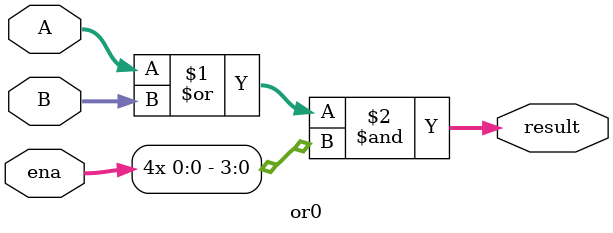
<source format=v>
module or0(
    input [3:0] A,
    input [3:0] B,
    input 		ena,

    output [3:0] result
);

assign result = (A | B) & {4{ena}};

endmodule
</source>
